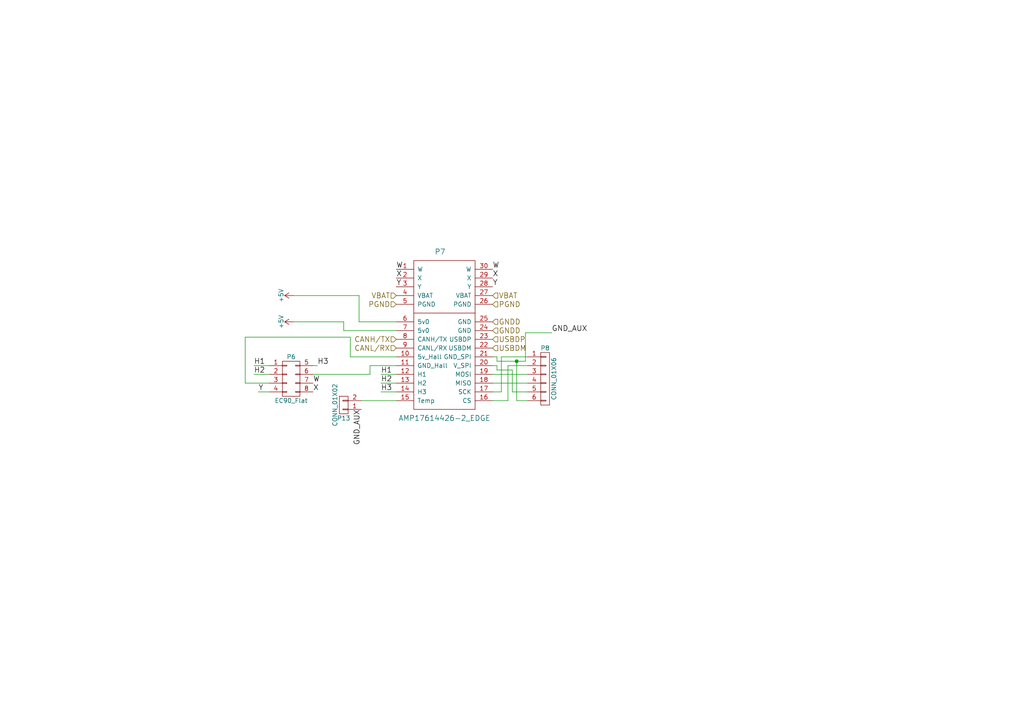
<source format=kicad_sch>
(kicad_sch (version 20230121) (generator eeschema)
  (paper "A4")
  (lib_symbols
    (symbol "VESC_Card_Backplane-rescue:+5V" (power) (pin_names (offset 0))
      (property "Value" "+5V" (at 0 3.556 0))
      (symbol "+5V_0_1"
        (polyline (pts (xy -0.762 1.27) (xy 0 2.54)))
        (polyline (pts (xy 0 0) (xy 0 2.54)))
        (polyline (pts (xy 0 2.54) (xy 0.762 1.27)))
      )
      (symbol "+5V_1_1"
        (pin power_in line (at 0 0 90) (length 0) hide (name "+5V") (number "1"))
      )
    )
    (symbol "VESC_Card_Backplane-rescue:AMP17614426-2_EDGE" (pin_names (offset 1.016))
      (property "Reference" "P" (at 0 11.43 0))
      (property "Value" "AMP17614426-2_EDGE" (at 1.27 -36.83 0))
      (symbol "AMP17614426-2_EDGE_0_1"
        (rectangle (start -7.62 8.89) (end 10.16 -34.29))
        (polyline (pts (xy 10.16 -6.35) (xy -7.62 -6.35)))
      )
      (symbol "AMP17614426-2_EDGE_1_1"
        (pin input line (at -12.7 6.35 0) (length 5.08) (name "W") (number "1"))
        (pin input line (at -12.7 -19.05 0) (length 5.08) (name "5v_Hall") (number "10"))
        (pin input line (at -12.7 -21.59 0) (length 5.08) (name "GND_Hall") (number "11"))
        (pin input line (at -12.7 -24.13 0) (length 5.08) (name "H1") (number "12"))
        (pin input line (at -12.7 -26.67 0) (length 5.08) (name "H2") (number "13"))
        (pin input line (at -12.7 -29.21 0) (length 5.08) (name "H3") (number "14"))
        (pin input line (at -12.7 -31.75 0) (length 5.08) (name "Temp") (number "15"))
        (pin input line (at 15.24 -31.75 180) (length 5.08) (name "CS") (number "16"))
        (pin input line (at 15.24 -29.21 180) (length 5.08) (name "SCK") (number "17"))
        (pin input line (at 15.24 -26.67 180) (length 5.08) (name "MISO") (number "18"))
        (pin input line (at 15.24 -24.13 180) (length 5.08) (name "MOSI") (number "19"))
        (pin input line (at -12.7 3.81 0) (length 5.08) (name "X") (number "2"))
        (pin input line (at 15.24 -21.59 180) (length 5.08) (name "V_SPI") (number "20"))
        (pin input line (at 15.24 -19.05 180) (length 5.08) (name "GND_SPI") (number "21"))
        (pin input line (at 15.24 -16.51 180) (length 5.08) (name "USBDM") (number "22"))
        (pin input line (at 15.24 -13.97 180) (length 5.08) (name "USBDP") (number "23"))
        (pin input line (at 15.24 -11.43 180) (length 5.08) (name "GND") (number "24"))
        (pin input line (at 15.24 -8.89 180) (length 5.08) (name "GND") (number "25"))
        (pin input line (at 15.24 -3.81 180) (length 5.08) (name "PGND") (number "26"))
        (pin input line (at 15.24 -1.27 180) (length 5.08) (name "VBAT") (number "27"))
        (pin input line (at 15.24 1.27 180) (length 5.08) (name "Y") (number "28"))
        (pin input line (at 15.24 3.81 180) (length 5.08) (name "X") (number "29"))
        (pin input line (at -12.7 1.27 0) (length 5.08) (name "Y") (number "3"))
        (pin input line (at 15.24 6.35 180) (length 5.08) (name "W") (number "30"))
        (pin input line (at -12.7 -1.27 0) (length 5.08) (name "VBAT") (number "4"))
        (pin input line (at -12.7 -3.81 0) (length 5.08) (name "PGND") (number "5"))
        (pin input line (at -12.7 -8.89 0) (length 5.08) (name "5v0") (number "6"))
        (pin input line (at -12.7 -11.43 0) (length 5.08) (name "5v0") (number "7"))
        (pin input line (at -12.7 -13.97 0) (length 5.08) (name "CANH/TX") (number "8"))
        (pin input line (at -12.7 -16.51 0) (length 5.08) (name "CANL/RX") (number "9"))
      )
    )
    (symbol "VESC_Card_Backplane-rescue:CONN_01X02" (pin_names (offset 1.016) hide)
      (property "Reference" "P" (at 0 3.81 0))
      (property "Value" "CONN_01X02" (at 2.54 0 90))
      (symbol "CONN_01X02_0_1"
        (rectangle (start -1.27 -1.143) (end 0.254 -1.397))
        (rectangle (start -1.27 1.397) (end 0.254 1.143))
        (rectangle (start -1.27 2.54) (end 1.27 -2.54))
      )
      (symbol "CONN_01X02_1_1"
        (pin passive line (at -5.08 1.27 0) (length 3.81) (name "P1") (number "1"))
        (pin passive line (at -5.08 -1.27 0) (length 3.81) (name "P2") (number "2"))
      )
    )
    (symbol "VESC_Card_Backplane-rescue:CONN_01X06" (pin_names (offset 1.016) hide)
      (property "Reference" "P" (at 0 8.89 0))
      (property "Value" "CONN_01X06" (at 2.54 0 90))
      (symbol "CONN_01X06_0_1"
        (rectangle (start -1.27 -6.223) (end 0.254 -6.477))
        (rectangle (start -1.27 -3.683) (end 0.254 -3.937))
        (rectangle (start -1.27 -1.143) (end 0.254 -1.397))
        (rectangle (start -1.27 1.397) (end 0.254 1.143))
        (rectangle (start -1.27 3.937) (end 0.254 3.683))
        (rectangle (start -1.27 6.477) (end 0.254 6.223))
        (rectangle (start -1.27 7.62) (end 1.27 -7.62))
      )
      (symbol "CONN_01X06_1_1"
        (pin passive line (at -5.08 6.35 0) (length 3.81) (name "P1") (number "1"))
        (pin passive line (at -5.08 3.81 0) (length 3.81) (name "P2") (number "2"))
        (pin passive line (at -5.08 1.27 0) (length 3.81) (name "P3") (number "3"))
        (pin passive line (at -5.08 -1.27 0) (length 3.81) (name "P4") (number "4"))
        (pin passive line (at -5.08 -3.81 0) (length 3.81) (name "P5") (number "5"))
        (pin passive line (at -5.08 -6.35 0) (length 3.81) (name "P6") (number "6"))
      )
    )
    (symbol "VESC_Card_Backplane-rescue:EC90_Flat" (pin_names (offset 0.0254) hide)
      (property "Reference" "P" (at 0 6.35 0))
      (property "Value" "EC90_Flat" (at 0 -6.35 0))
      (symbol "EC90_Flat_0_1"
        (rectangle (start -2.54 -3.683) (end -1.27 -3.937))
        (rectangle (start -2.54 -1.143) (end -1.27 -1.397))
        (rectangle (start -2.54 1.397) (end -1.27 1.143))
        (rectangle (start -2.54 3.937) (end -1.27 3.683))
        (rectangle (start -2.54 5.08) (end 2.54 -5.08))
        (rectangle (start 1.27 -3.683) (end 2.54 -3.937))
        (rectangle (start 1.27 -1.143) (end 2.54 -1.397))
        (rectangle (start 1.27 1.397) (end 2.54 1.143))
        (rectangle (start 1.27 3.937) (end 2.54 3.683))
      )
      (symbol "EC90_Flat_1_1"
        (pin passive line (at -6.35 3.81 0) (length 3.81) (name "P1") (number "1"))
        (pin passive line (at -6.35 1.27 0) (length 3.81) (name "P2") (number "2"))
        (pin passive line (at -6.35 -1.27 0) (length 3.81) (name "P3") (number "3"))
        (pin passive line (at -6.35 -3.81 0) (length 3.81) (name "P4") (number "4"))
        (pin passive line (at 6.35 3.81 180) (length 3.81) (name "P5") (number "5"))
        (pin passive line (at 6.35 1.27 180) (length 3.81) (name "P6") (number "6"))
        (pin passive line (at 6.35 -1.27 180) (length 3.81) (name "P7") (number "7"))
        (pin passive line (at 6.35 -3.81 180) (length 3.81) (name "P8") (number "8"))
      )
    )
  )
  (junction (at 149.86 104.775))
  (wire (pts (xy 142.875 106.045) (xy 144.145 106.045)))
  (wire (pts (xy 148.59 113.665) (xy 153.035 113.665)))
  (wire (pts (xy 142.875 116.205) (xy 147.32 116.205)))
  (wire (pts (xy 144.145 104.775) (xy 149.86 104.775)))
  (wire (pts (xy 107.315 106.045) (xy 114.935 106.045)))
  (wire (pts (xy 71.12 97.79) (xy 101.6 97.79)))
  (wire (pts (xy 85.09 85.725) (xy 104.14 85.725)))
  (wire (pts (xy 147.32 106.045) (xy 153.035 106.045)))
  (wire (pts (xy 152.4 104.775) (xy 152.4 96.52)))
  (wire (pts (xy 114.935 113.665) (xy 110.49 113.665)))
  (wire (pts (xy 149.86 104.775) (xy 149.86 116.205)))
  (wire (pts (xy 152.4 96.52) (xy 160.02 96.52)))
  (wire (pts (xy 90.805 108.585) (xy 107.315 108.585)))
  (wire (pts (xy 114.935 108.585) (xy 110.49 108.585)))
  (wire (pts (xy 99.695 93.345) (xy 99.695 95.885)))
  (wire (pts (xy 144.145 103.505) (xy 144.145 104.775)))
  (wire (pts (xy 85.09 93.345) (xy 99.695 93.345)))
  (wire (pts (xy 142.875 111.125) (xy 153.035 111.125)))
  (wire (pts (xy 78.105 111.125) (xy 71.12 111.125)))
  (wire (pts (xy 73.66 106.045) (xy 78.105 106.045)))
  (wire (pts (xy 107.315 108.585) (xy 107.315 106.045)))
  (wire (pts (xy 104.775 116.205) (xy 114.935 116.205)))
  (wire (pts (xy 142.875 103.505) (xy 144.145 103.505)))
  (wire (pts (xy 101.6 103.505) (xy 114.935 103.505)))
  (wire (pts (xy 71.12 111.125) (xy 71.12 97.79)))
  (wire (pts (xy 73.66 108.585) (xy 78.105 108.585)))
  (wire (pts (xy 104.14 93.345) (xy 114.935 93.345)))
  (wire (pts (xy 145.415 113.665) (xy 145.415 103.505)))
  (wire (pts (xy 147.32 116.205) (xy 147.32 106.045)))
  (wire (pts (xy 144.145 106.045) (xy 144.145 107.315)))
  (wire (pts (xy 153.035 108.585) (xy 142.875 108.585)))
  (wire (pts (xy 104.14 85.725) (xy 104.14 93.345)))
  (wire (pts (xy 92.075 106.045) (xy 90.805 106.045)))
  (wire (pts (xy 149.86 104.775) (xy 152.4 104.775)))
  (wire (pts (xy 114.935 111.125) (xy 110.49 111.125)))
  (wire (pts (xy 142.875 113.665) (xy 145.415 113.665)))
  (wire (pts (xy 145.415 103.505) (xy 153.035 103.505)))
  (wire (pts (xy 99.695 95.885) (xy 114.935 95.885)))
  (wire (pts (xy 101.6 97.79) (xy 101.6 103.505)))
  (wire (pts (xy 144.145 107.315) (xy 148.59 107.315)))
  (wire (pts (xy 74.93 113.665) (xy 78.105 113.665)))
  (wire (pts (xy 149.86 116.205) (xy 153.035 116.205)))
  (wire (pts (xy 148.59 107.315) (xy 148.59 113.665)))
  (label "X" (at 90.805 113.665 0) (effects (font (size 1.524 1.524))))
  (label "H2" (at 110.49 111.125 0) (effects (font (size 1.524 1.524))))
  (label "H3" (at 110.49 113.665 0) (effects (font (size 1.524 1.524))))
  (label "W" (at 142.875 78.105 0) (effects (font (size 1.524 1.524))))
  (label "H1" (at 110.49 108.585 0) (effects (font (size 1.524 1.524))))
  (label "Y" (at 114.935 83.185 0) (effects (font (size 1.524 1.524))))
  (label "GND_AUX" (at 104.775 118.745 270) (effects (font (size 1.524 1.524))))
  (label "H3" (at 92.075 106.045 0) (effects (font (size 1.524 1.524))))
  (label "H2" (at 73.66 108.585 0) (effects (font (size 1.524 1.524))))
  (label "X" (at 114.935 80.645 0) (effects (font (size 1.524 1.524))))
  (label "GND_AUX" (at 160.02 96.52 0) (effects (font (size 1.524 1.524))))
  (label "Y" (at 142.875 83.185 0) (effects (font (size 1.524 1.524))))
  (label "W" (at 90.805 111.125 0) (effects (font (size 1.524 1.524))))
  (label "X" (at 142.875 80.645 0) (effects (font (size 1.524 1.524))))
  (label "W" (at 114.935 78.105 0) (effects (font (size 1.524 1.524))))
  (label "H1" (at 73.66 106.045 0) (effects (font (size 1.524 1.524))))
  (label "Y" (at 74.93 113.665 0) (effects (font (size 1.524 1.524))))
  (hierarchical_label "PGND" (shape input) (at 114.935 88.265 180) (effects (font (size 1.524 1.524))))
  (hierarchical_label "GNDD" (shape input) (at 142.875 95.885 0) (effects (font (size 1.524 1.524))))
  (hierarchical_label "VBAT" (shape input) (at 142.875 85.725 0) (effects (font (size 1.524 1.524))))
  (hierarchical_label "USBDP" (shape input) (at 142.875 98.425 0) (effects (font (size 1.524 1.524))))
  (hierarchical_label "PGND" (shape input) (at 142.875 88.265 0) (effects (font (size 1.524 1.524))))
  (hierarchical_label "USBDM" (shape input) (at 142.875 100.965 0) (effects (font (size 1.524 1.524))))
  (hierarchical_label "GNDD" (shape input) (at 142.875 93.345 0) (effects (font (size 1.524 1.524))))
  (hierarchical_label "CANH/TX" (shape input) (at 114.935 98.425 180) (effects (font (size 1.524 1.524))))
  (hierarchical_label "VBAT" (shape input) (at 114.935 85.725 180) (effects (font (size 1.524 1.524))))
  (hierarchical_label "CANL/RX" (shape input) (at 114.935 100.965 180) (effects (font (size 1.524 1.524))))
  (symbol (lib_id "VESC_Card_Backplane-rescue:AMP17614426-2_EDGE") (at 127.635 84.455 0) (unit 1)
    (property "Reference" "P7" (at 127.635 73.025 0) (effects (font (size 1.524 1.524))))
    (property "Value" "AMP17614426-2_EDGE" (at 128.905 121.285 0) (effects (font (size 1.524 1.524))))
    (property "Footprint" "USST-footprints:TE2007088-1_Backplane2" (effects hide))
    (instances (project "VESC_Card_Backplane" (path "" (reference "P7") (unit 1)) (path "" (reference "P3") (unit 1)) (path "" (reference "P10") (unit 1))))
  )
  (symbol (lib_id "VESC_Card_Backplane-rescue:EC90_Flat") (at 84.455 109.855 0) (unit 1)
    (property "Reference" "P6" (at 84.455 103.505 0))
    (property "Value" "EC90_Flat" (at 84.455 116.205 0))
    (property "Footprint" "USST-footprints:Molex_MiniFit-JR-5569-08A2_2x04x4.20mm_Angled_Overhang" (effects hide))
    (instances (project "VESC_Card_Backplane" (path "" (reference "P6") (unit 1)) (path "" (reference "P2") (unit 1)) (path "" (reference "P9") (unit 1))))
  )
  (symbol (lib_id "VESC_Card_Backplane-rescue:+5V") (at 85.09 85.725 90) (unit 1)
    (property "Reference" "#PWR013" (effects hide))
    (property "Value" "+5V" (at 81.534 85.725 0))
    (instances (project "VESC_Card_Backplane" (path "" (reference "#PWR013") (unit 1)) (path "" (reference "#PWR07") (unit 1)) (path "" (reference "#PWR015") (unit 1)) (path "" (reference "#PWR013") (unit 1))))
  )
  (symbol (lib_id "VESC_Card_Backplane-rescue:+5V") (at 85.09 93.345 90) (unit 1)
    (property "Reference" "#PWR014" (effects hide))
    (property "Value" "+5V" (at 81.534 93.345 0))
    (instances (project "VESC_Card_Backplane" (path "" (reference "#PWR014") (unit 1)) (path "" (reference "#PWR08") (unit 1)) (path "" (reference "#PWR016") (unit 1)) (path "" (reference "#PWR014") (unit 1))))
  )
  (symbol (lib_id "VESC_Card_Backplane-rescue:CONN_01X06") (at 158.115 109.855 0) (unit 1)
    (property "Reference" "P8" (at 158.115 100.965 0))
    (property "Value" "CONN_01X06" (at 160.655 109.855 90))
    (property "Footprint" "Pin_Headers:Pin_Header_Angled_2x03_Pitch2.54mm" (effects hide))
    (instances (project "VESC_Card_Backplane" (path "" (reference "P8") (unit 1)) (path "" (reference "P4") (unit 1)) (path "" (reference "P11") (unit 1))))
  )
  (symbol (lib_id "VESC_Card_Backplane-rescue:CONN_01X02") (at 99.695 117.475 180) (unit 1)
    (property "Reference" "P13" (at 99.695 121.285 0))
    (property "Value" "CONN_01X02" (at 97.155 117.475 90))
    (property "Footprint" "Pin_Headers:Pin_Header_Straight_1x02_Pitch2.54mm" (effects hide))
    (instances (project "VESC_Card_Backplane" (path "" (reference "P13") (unit 1)) (path "" (reference "P12") (unit 1)) (path "" (reference "P14") (unit 1))))
  )
)
</source>
